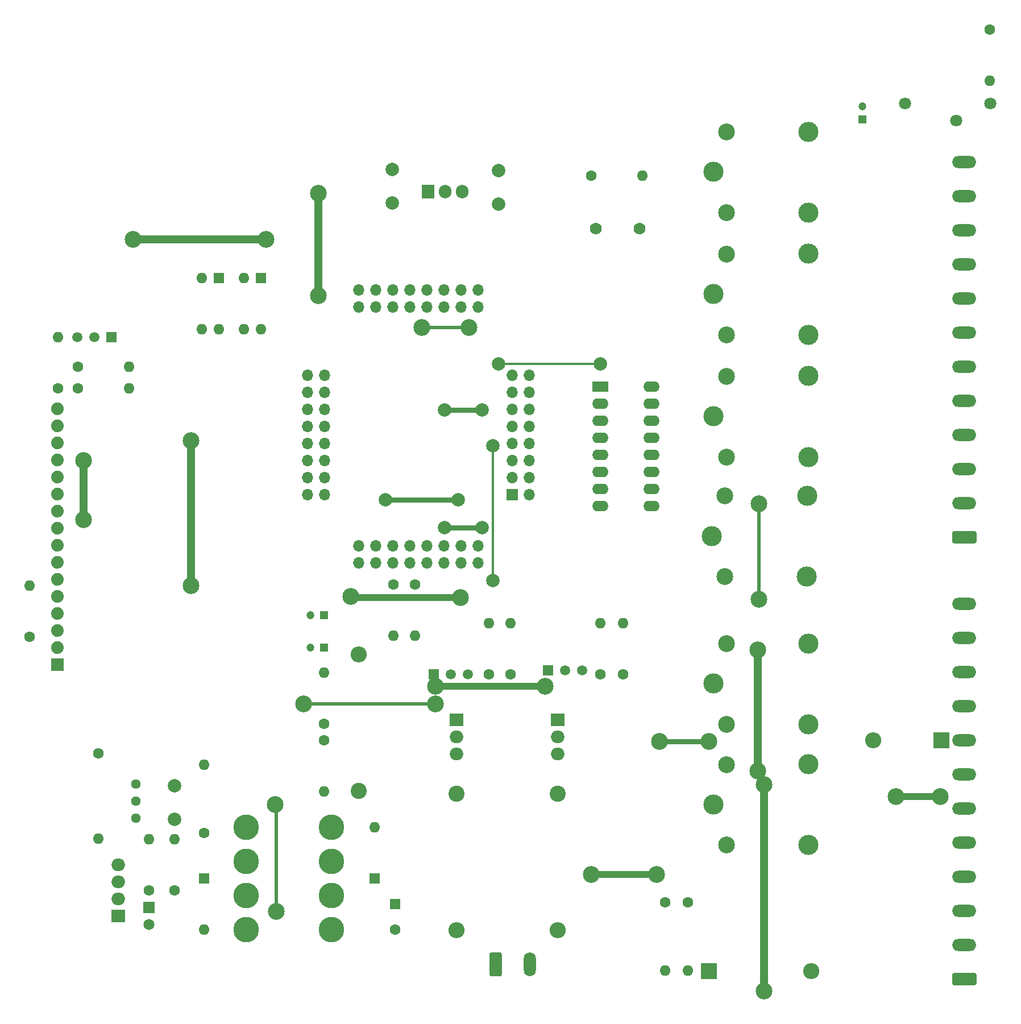
<source format=gbr>
%TF.GenerationSoftware,KiCad,Pcbnew,(5.1.6)-1*%
%TF.CreationDate,2021-02-23T05:00:00+06:00*%
%TF.ProjectId,Cabinate,43616269-6e61-4746-952e-6b696361645f,rev?*%
%TF.SameCoordinates,Original*%
%TF.FileFunction,Copper,L1,Top*%
%TF.FilePolarity,Positive*%
%FSLAX46Y46*%
G04 Gerber Fmt 4.6, Leading zero omitted, Abs format (unit mm)*
G04 Created by KiCad (PCBNEW (5.1.6)-1) date 2021-02-23 05:00:00*
%MOMM*%
%LPD*%
G01*
G04 APERTURE LIST*
%TA.AperFunction,ComponentPad*%
%ADD10O,1.800000X3.600000*%
%TD*%
%TA.AperFunction,ComponentPad*%
%ADD11C,1.800000*%
%TD*%
%TA.AperFunction,ComponentPad*%
%ADD12O,1.600000X1.600000*%
%TD*%
%TA.AperFunction,ComponentPad*%
%ADD13C,1.600000*%
%TD*%
%TA.AperFunction,ComponentPad*%
%ADD14R,1.500000X1.500000*%
%TD*%
%TA.AperFunction,ComponentPad*%
%ADD15C,1.500000*%
%TD*%
%TA.AperFunction,ComponentPad*%
%ADD16C,1.200000*%
%TD*%
%TA.AperFunction,ComponentPad*%
%ADD17R,1.200000X1.200000*%
%TD*%
%TA.AperFunction,ComponentPad*%
%ADD18C,2.000000*%
%TD*%
%TA.AperFunction,ComponentPad*%
%ADD19O,1.905000X2.000000*%
%TD*%
%TA.AperFunction,ComponentPad*%
%ADD20R,1.905000X2.000000*%
%TD*%
%TA.AperFunction,ComponentPad*%
%ADD21O,2.400000X2.400000*%
%TD*%
%TA.AperFunction,ComponentPad*%
%ADD22R,2.400000X2.400000*%
%TD*%
%TA.AperFunction,ComponentPad*%
%ADD23C,2.400000*%
%TD*%
%TA.AperFunction,ComponentPad*%
%ADD24R,1.600000X1.600000*%
%TD*%
%TA.AperFunction,ComponentPad*%
%ADD25C,1.778000*%
%TD*%
%TA.AperFunction,ComponentPad*%
%ADD26C,1.879600*%
%TD*%
%TA.AperFunction,ComponentPad*%
%ADD27R,1.879600X1.879600*%
%TD*%
%TA.AperFunction,ComponentPad*%
%ADD28O,2.000000X1.905000*%
%TD*%
%TA.AperFunction,ComponentPad*%
%ADD29R,2.000000X1.905000*%
%TD*%
%TA.AperFunction,ComponentPad*%
%ADD30C,1.440000*%
%TD*%
%TA.AperFunction,ComponentPad*%
%ADD31C,1.651000*%
%TD*%
%TA.AperFunction,ComponentPad*%
%ADD32R,1.651000X1.651000*%
%TD*%
%TA.AperFunction,ComponentPad*%
%ADD33C,3.000000*%
%TD*%
%TA.AperFunction,ComponentPad*%
%ADD34C,2.500000*%
%TD*%
%TA.AperFunction,ComponentPad*%
%ADD35O,3.600000X1.800000*%
%TD*%
%TA.AperFunction,ComponentPad*%
%ADD36C,3.810000*%
%TD*%
%TA.AperFunction,ComponentPad*%
%ADD37O,2.400000X1.600000*%
%TD*%
%TA.AperFunction,ComponentPad*%
%ADD38R,2.400000X1.600000*%
%TD*%
%TA.AperFunction,ComponentPad*%
%ADD39O,1.700000X1.700000*%
%TD*%
%TA.AperFunction,ComponentPad*%
%ADD40R,1.700000X1.700000*%
%TD*%
%TA.AperFunction,ViaPad*%
%ADD41C,2.500000*%
%TD*%
%TA.AperFunction,ViaPad*%
%ADD42C,2.000000*%
%TD*%
%TA.AperFunction,Conductor*%
%ADD43C,1.000000*%
%TD*%
%TA.AperFunction,Conductor*%
%ADD44C,0.500000*%
%TD*%
%TA.AperFunction,Conductor*%
%ADD45C,0.800000*%
%TD*%
%TA.AperFunction,Conductor*%
%ADD46C,1.200000*%
%TD*%
%TA.AperFunction,Conductor*%
%ADD47C,0.300000*%
%TD*%
G04 APERTURE END LIST*
D10*
%TO.P,J3,2*%
%TO.N,GND*%
X127280000Y-154600000D03*
%TO.P,J3,1*%
%TO.N,Net-(J1-Pad1)*%
%TA.AperFunction,ComponentPad*%
G36*
G01*
X121300000Y-156150000D02*
X121300000Y-153050000D01*
G75*
G02*
X121550000Y-152800000I250000J0D01*
G01*
X122850000Y-152800000D01*
G75*
G02*
X123100000Y-153050000I0J-250000D01*
G01*
X123100000Y-156150000D01*
G75*
G02*
X122850000Y-156400000I-250000J0D01*
G01*
X121550000Y-156400000D01*
G75*
G02*
X121300000Y-156150000I0J250000D01*
G01*
G37*
%TD.AperFunction*%
%TD*%
D11*
%TO.P,RV2,3*%
%TO.N,Net-(R23-Pad2)*%
X195900000Y-26400000D03*
%TO.P,RV2,2*%
%TO.N,VBat*%
X190820000Y-28940000D03*
%TO.P,RV2,1*%
%TO.N,GND*%
X183200000Y-26400000D03*
%TD*%
D12*
%TO.P,R23,2*%
%TO.N,Net-(R23-Pad2)*%
X195800000Y-23020000D03*
D13*
%TO.P,R23,1*%
%TO.N,48V*%
X195800000Y-15400000D03*
%TD*%
D12*
%TO.P,R22,2*%
%TO.N,GND*%
X67620000Y-68800000D03*
D13*
%TO.P,R22,1*%
%TO.N,LED-*%
X60000000Y-68800000D03*
%TD*%
D12*
%TO.P,R21,2*%
%TO.N,Net-(Q5-Pad3)*%
X57000000Y-61180000D03*
D13*
%TO.P,R21,1*%
%TO.N,LED-*%
X57000000Y-68800000D03*
%TD*%
D12*
%TO.P,R20,2*%
%TO.N,BKLED*%
X67620000Y-65600000D03*
D13*
%TO.P,R20,1*%
%TO.N,Net-(Q5-Pad2)*%
X60000000Y-65600000D03*
%TD*%
D14*
%TO.P,Q5,1*%
%TO.N,GND*%
X65000000Y-61200000D03*
D15*
%TO.P,Q5,3*%
%TO.N,Net-(Q5-Pad3)*%
X59920000Y-61200000D03*
%TO.P,Q5,2*%
%TO.N,Net-(Q5-Pad2)*%
X62460000Y-61200000D03*
%TD*%
D16*
%TO.P,C8,2*%
%TO.N,GND*%
X176800000Y-26800000D03*
D17*
%TO.P,C8,1*%
%TO.N,VBat*%
X176800000Y-28800000D03*
%TD*%
D18*
%TO.P,C7,2*%
%TO.N,GND*%
X122600000Y-36400000D03*
%TO.P,C7,1*%
%TO.N,VCC*%
X122600000Y-41400000D03*
%TD*%
%TO.P,C6,2*%
%TO.N,GND*%
X106800000Y-36200000D03*
%TO.P,C6,1*%
%TO.N,+12V*%
X106800000Y-41200000D03*
%TD*%
D19*
%TO.P,U6,3*%
%TO.N,VCC*%
X117190000Y-39500000D03*
%TO.P,U6,2*%
%TO.N,GND*%
X114650000Y-39500000D03*
D20*
%TO.P,U6,1*%
%TO.N,+12V*%
X112110000Y-39500000D03*
%TD*%
D12*
%TO.P,R19,2*%
%TO.N,S2*%
X110200000Y-105620000D03*
D13*
%TO.P,R19,1*%
%TO.N,ADC5*%
X110200000Y-98000000D03*
%TD*%
D21*
%TO.P,D4,2*%
%TO.N,+12V*%
X178440000Y-121200000D03*
D22*
%TO.P,D4,1*%
%TO.N,Net-(D4-Pad1)*%
X188600000Y-121200000D03*
%TD*%
D16*
%TO.P,C5,2*%
%TO.N,GND*%
X94600000Y-107400000D03*
D17*
%TO.P,C5,1*%
%TO.N,ADC5*%
X96600000Y-107400000D03*
%TD*%
D21*
%TO.P,R18,2*%
%TO.N,GND*%
X101800000Y-108480000D03*
D23*
%TO.P,R18,1*%
%TO.N,FIRE*%
X101800000Y-128800000D03*
%TD*%
D12*
%TO.P,R17,2*%
%TO.N,FIRE*%
X96600000Y-128820000D03*
D13*
%TO.P,R17,1*%
%TO.N,ADC3*%
X96600000Y-121200000D03*
%TD*%
D12*
%TO.P,R16,2*%
%TO.N,GND*%
X96600000Y-111180000D03*
D13*
%TO.P,R16,1*%
%TO.N,ADC3*%
X96600000Y-118800000D03*
%TD*%
D12*
%TO.P,R14,2*%
%TO.N,+48V*%
X147400000Y-155560000D03*
D13*
%TO.P,R14,1*%
%TO.N,Net-(J1-Pad11)*%
X147400000Y-145400000D03*
%TD*%
D12*
%TO.P,R15,2*%
%TO.N,+48V*%
X150800000Y-155560000D03*
D13*
%TO.P,R15,1*%
%TO.N,Net-(J1-Pad9)*%
X150800000Y-145400000D03*
%TD*%
D12*
%TO.P,U5,4*%
%TO.N,WATERT*%
X81000000Y-60020000D03*
%TO.P,U5,2*%
%TO.N,GND*%
X78460000Y-52400000D03*
%TO.P,U5,3*%
X78460000Y-60020000D03*
D24*
%TO.P,U5,1*%
%TO.N,WATER*%
X81000000Y-52400000D03*
%TD*%
D12*
%TO.P,U4,4*%
%TO.N,DOORT*%
X87200000Y-60020000D03*
%TO.P,U4,2*%
%TO.N,GND*%
X84660000Y-52400000D03*
%TO.P,U4,3*%
X84660000Y-60020000D03*
D24*
%TO.P,U4,1*%
%TO.N,DOOR*%
X87200000Y-52400000D03*
%TD*%
D12*
%TO.P,R13,2*%
%TO.N,S1*%
X107000000Y-105620000D03*
D13*
%TO.P,R13,1*%
%TO.N,ADC7*%
X107000000Y-98000000D03*
%TD*%
D16*
%TO.P,C4,2*%
%TO.N,GND*%
X94600000Y-102600000D03*
D17*
%TO.P,C4,1*%
%TO.N,ADC7*%
X96600000Y-102600000D03*
%TD*%
D12*
%TO.P,R12,2*%
%TO.N,Net-(R12-Pad2)*%
X144020000Y-37200000D03*
D13*
%TO.P,R12,1*%
%TO.N,Net-(LS1-Pad-)*%
X136400000Y-37200000D03*
%TD*%
D25*
%TO.P,LS1,-*%
%TO.N,Net-(LS1-Pad-)*%
X137151340Y-45000000D03*
%TO.P,LS1,+*%
%TO.N,+12V*%
X143648660Y-45000000D03*
%TD*%
D12*
%TO.P,R11,2*%
%TO.N,GND*%
X52800000Y-98180000D03*
D13*
%TO.P,R11,1*%
%TO.N,Net-(LCD1-Pad3)*%
X52800000Y-105800000D03*
%TD*%
D26*
%TO.P,LCD1,16*%
%TO.N,LED-*%
X56900920Y-71901460D03*
%TO.P,LCD1,15*%
%TO.N,VCC*%
X56900920Y-74441460D03*
%TO.P,LCD1,14*%
%TO.N,D7*%
X56900920Y-76981460D03*
%TO.P,LCD1,13*%
%TO.N,D6*%
X56900920Y-79518920D03*
%TO.P,LCD1,12*%
%TO.N,D5*%
X56900920Y-82058920D03*
%TO.P,LCD1,11*%
%TO.N,D4*%
X56900920Y-84598920D03*
%TO.P,LCD1,10*%
%TO.N,N/C*%
X56900920Y-87138920D03*
%TO.P,LCD1,9*%
X56900920Y-89678920D03*
%TO.P,LCD1,8*%
X56900920Y-92218920D03*
%TO.P,LCD1,7*%
X56900920Y-94758920D03*
%TO.P,LCD1,6*%
%TO.N,E*%
X56900920Y-97298920D03*
%TO.P,LCD1,5*%
%TO.N,GND*%
X56900920Y-99838920D03*
%TO.P,LCD1,4*%
%TO.N,RS*%
X56900920Y-102378920D03*
%TO.P,LCD1,3*%
%TO.N,Net-(LCD1-Pad3)*%
X56900920Y-104918920D03*
%TO.P,LCD1,2*%
%TO.N,VCC*%
X56900920Y-107458920D03*
D27*
%TO.P,LCD1,1*%
%TO.N,GND*%
X56900920Y-109998920D03*
%TD*%
D12*
%TO.P,R10,2*%
%TO.N,+12V*%
X121200000Y-103780000D03*
D13*
%TO.P,R10,1*%
%TO.N,Net-(Q2-Pad1)*%
X121200000Y-111400000D03*
%TD*%
D12*
%TO.P,R9,2*%
%TO.N,+12V*%
X137800000Y-103780000D03*
D13*
%TO.P,R9,1*%
%TO.N,Net-(Q1-Pad1)*%
X137800000Y-111400000D03*
%TD*%
D12*
%TO.P,R8,2*%
%TO.N,~FAN1*%
X124400000Y-103780000D03*
D13*
%TO.P,R8,1*%
%TO.N,Net-(Q4-Pad2)*%
X124400000Y-111400000D03*
%TD*%
D12*
%TO.P,R7,2*%
%TO.N,~FAN2*%
X141200000Y-103780000D03*
D13*
%TO.P,R7,1*%
%TO.N,Net-(Q3-Pad2)*%
X141200000Y-111400000D03*
%TD*%
D14*
%TO.P,Q4,1*%
%TO.N,GND*%
X113000000Y-111400000D03*
D15*
%TO.P,Q4,3*%
%TO.N,Net-(Q2-Pad1)*%
X118080000Y-111400000D03*
%TO.P,Q4,2*%
%TO.N,Net-(Q4-Pad2)*%
X115540000Y-111400000D03*
%TD*%
D14*
%TO.P,Q3,1*%
%TO.N,GND*%
X130000000Y-110800000D03*
D15*
%TO.P,Q3,3*%
%TO.N,Net-(Q1-Pad1)*%
X135080000Y-110800000D03*
%TO.P,Q3,2*%
%TO.N,Net-(Q3-Pad2)*%
X132540000Y-110800000D03*
%TD*%
D21*
%TO.P,R6,2*%
%TO.N,GND*%
X116400000Y-149520000D03*
D23*
%TO.P,R6,1*%
%TO.N,S2*%
X116400000Y-129200000D03*
%TD*%
D21*
%TO.P,R5,2*%
%TO.N,GND*%
X131400000Y-149520000D03*
D23*
%TO.P,R5,1*%
%TO.N,S1*%
X131400000Y-129200000D03*
%TD*%
D28*
%TO.P,Q2,3*%
%TO.N,S2*%
X116400000Y-123280000D03*
%TO.P,Q2,2*%
%TO.N,F2*%
X116400000Y-120740000D03*
D29*
%TO.P,Q2,1*%
%TO.N,Net-(Q2-Pad1)*%
X116400000Y-118200000D03*
%TD*%
D28*
%TO.P,Q1,3*%
%TO.N,S1*%
X131400000Y-123280000D03*
%TO.P,Q1,2*%
%TO.N,F1*%
X131400000Y-120740000D03*
D29*
%TO.P,Q1,1*%
%TO.N,Net-(Q1-Pad1)*%
X131400000Y-118200000D03*
%TD*%
D12*
%TO.P,R4,2*%
%TO.N,Net-(R4-Pad2)*%
X74400000Y-135980000D03*
D13*
%TO.P,R4,1*%
%TO.N,GND*%
X74400000Y-143600000D03*
%TD*%
D30*
%TO.P,RV1,3*%
%TO.N,+12V*%
X68600000Y-127720000D03*
%TO.P,RV1,2*%
%TO.N,Net-(R2-Pad2)*%
X68600000Y-130260000D03*
%TO.P,RV1,1*%
%TO.N,Net-(R4-Pad2)*%
X68600000Y-132800000D03*
%TD*%
D13*
%TO.P,C3,2*%
%TO.N,GND*%
X107200000Y-149400000D03*
D24*
%TO.P,C3,1*%
%TO.N,+12V*%
X107200000Y-145600000D03*
%TD*%
D12*
%TO.P,D3,2*%
%TO.N,Net-(D3-Pad2)*%
X104200000Y-134180000D03*
D24*
%TO.P,D3,1*%
%TO.N,+12V*%
X104200000Y-141800000D03*
%TD*%
D12*
%TO.P,R3,2*%
%TO.N,+12V*%
X63000000Y-135900000D03*
D13*
%TO.P,R3,1*%
%TO.N,+48V*%
X63000000Y-123200000D03*
%TD*%
D12*
%TO.P,R2,2*%
%TO.N,Net-(R2-Pad2)*%
X70600000Y-135980000D03*
D13*
%TO.P,R2,1*%
%TO.N,+12V*%
X70600000Y-143600000D03*
%TD*%
D31*
%TO.P,C2,2*%
%TO.N,GND*%
X70600000Y-148649680D03*
D32*
%TO.P,C2,1*%
%TO.N,+12V*%
X70600000Y-146150320D03*
%TD*%
D33*
%TO.P,K6,1*%
%TO.N,Net-(J2-Pad12)*%
X154600000Y-36600000D03*
D34*
%TO.P,K6,5*%
%TO.N,+12V*%
X156550000Y-30650000D03*
D33*
%TO.P,K6,4*%
%TO.N,N/C*%
X168800000Y-30600000D03*
%TO.P,K6,3*%
%TO.N,Net-(J2-Pad11)*%
X168750000Y-42650000D03*
D34*
%TO.P,K6,2*%
%TO.N,REL6*%
X156550000Y-42650000D03*
%TD*%
D33*
%TO.P,K5,1*%
%TO.N,Net-(J2-Pad10)*%
X154600000Y-54800000D03*
D34*
%TO.P,K5,5*%
%TO.N,+12V*%
X156550000Y-48850000D03*
D33*
%TO.P,K5,4*%
%TO.N,N/C*%
X168800000Y-48800000D03*
%TO.P,K5,3*%
%TO.N,Net-(J2-Pad9)*%
X168750000Y-60850000D03*
D34*
%TO.P,K5,2*%
%TO.N,REL5*%
X156550000Y-60850000D03*
%TD*%
D33*
%TO.P,K4,1*%
%TO.N,Net-(J2-Pad8)*%
X154600000Y-73000000D03*
D34*
%TO.P,K4,5*%
%TO.N,+12V*%
X156550000Y-67050000D03*
D33*
%TO.P,K4,4*%
%TO.N,N/C*%
X168800000Y-67000000D03*
%TO.P,K4,3*%
%TO.N,Net-(J2-Pad7)*%
X168750000Y-79050000D03*
D34*
%TO.P,K4,2*%
%TO.N,REL4*%
X156550000Y-79050000D03*
%TD*%
D33*
%TO.P,K3,1*%
%TO.N,Net-(J2-Pad6)*%
X154400000Y-90800000D03*
D34*
%TO.P,K3,5*%
%TO.N,+12V*%
X156350000Y-84850000D03*
D33*
%TO.P,K3,4*%
%TO.N,N/C*%
X168600000Y-84800000D03*
%TO.P,K3,3*%
%TO.N,Net-(J2-Pad5)*%
X168550000Y-96850000D03*
D34*
%TO.P,K3,2*%
%TO.N,REL3*%
X156350000Y-96850000D03*
%TD*%
D33*
%TO.P,K2,1*%
%TO.N,Net-(J2-Pad4)*%
X154600000Y-112800000D03*
D34*
%TO.P,K2,5*%
%TO.N,+12V*%
X156550000Y-106850000D03*
D33*
%TO.P,K2,4*%
%TO.N,N/C*%
X168800000Y-106800000D03*
%TO.P,K2,3*%
%TO.N,Net-(J2-Pad3)*%
X168750000Y-118850000D03*
D34*
%TO.P,K2,2*%
%TO.N,REL2*%
X156550000Y-118850000D03*
%TD*%
D33*
%TO.P,K1,1*%
%TO.N,Net-(J2-Pad2)*%
X154600000Y-130800000D03*
D34*
%TO.P,K1,5*%
%TO.N,+12V*%
X156550000Y-124850000D03*
D33*
%TO.P,K1,4*%
%TO.N,N/C*%
X168800000Y-124800000D03*
%TO.P,K1,3*%
%TO.N,Net-(J2-Pad1)*%
X168750000Y-136850000D03*
D34*
%TO.P,K1,2*%
%TO.N,REL1*%
X156550000Y-136850000D03*
%TD*%
D21*
%TO.P,D2,2*%
%TO.N,48V*%
X169240000Y-155600000D03*
D22*
%TO.P,D2,1*%
%TO.N,+48V*%
X154000000Y-155600000D03*
%TD*%
D12*
%TO.P,R1,2*%
%TO.N,+48V*%
X78800000Y-124840000D03*
D13*
%TO.P,R1,1*%
%TO.N,Net-(C1-Pad2)*%
X78800000Y-135000000D03*
%TD*%
D35*
%TO.P,J2,12*%
%TO.N,Net-(J2-Pad12)*%
X192000000Y-35120000D03*
%TO.P,J2,11*%
%TO.N,Net-(J2-Pad11)*%
X192000000Y-40200000D03*
%TO.P,J2,10*%
%TO.N,Net-(J2-Pad10)*%
X192000000Y-45280000D03*
%TO.P,J2,9*%
%TO.N,Net-(J2-Pad9)*%
X192000000Y-50360000D03*
%TO.P,J2,8*%
%TO.N,Net-(J2-Pad8)*%
X192000000Y-55440000D03*
%TO.P,J2,7*%
%TO.N,Net-(J2-Pad7)*%
X192000000Y-60520000D03*
%TO.P,J2,6*%
%TO.N,Net-(J2-Pad6)*%
X192000000Y-65600000D03*
%TO.P,J2,5*%
%TO.N,Net-(J2-Pad5)*%
X192000000Y-70680000D03*
%TO.P,J2,4*%
%TO.N,Net-(J2-Pad4)*%
X192000000Y-75760000D03*
%TO.P,J2,3*%
%TO.N,Net-(J2-Pad3)*%
X192000000Y-80840000D03*
%TO.P,J2,2*%
%TO.N,Net-(J2-Pad2)*%
X192000000Y-85920000D03*
%TO.P,J2,1*%
%TO.N,Net-(J2-Pad1)*%
%TA.AperFunction,ComponentPad*%
G36*
G01*
X193550000Y-91900000D02*
X190450000Y-91900000D01*
G75*
G02*
X190200000Y-91650000I0J250000D01*
G01*
X190200000Y-90350000D01*
G75*
G02*
X190450000Y-90100000I250000J0D01*
G01*
X193550000Y-90100000D01*
G75*
G02*
X193800000Y-90350000I0J-250000D01*
G01*
X193800000Y-91650000D01*
G75*
G02*
X193550000Y-91900000I-250000J0D01*
G01*
G37*
%TD.AperFunction*%
%TD*%
%TO.P,J1,12*%
%TO.N,WATER*%
X192000000Y-100920000D03*
%TO.P,J1,11*%
%TO.N,Net-(J1-Pad11)*%
X192000000Y-106000000D03*
%TO.P,J1,10*%
%TO.N,DOOR*%
X192000000Y-111080000D03*
%TO.P,J1,9*%
%TO.N,Net-(J1-Pad9)*%
X192000000Y-116160000D03*
%TO.P,J1,8*%
%TO.N,Net-(D4-Pad1)*%
X192000000Y-121240000D03*
%TO.P,J1,7*%
%TO.N,FIRE*%
X192000000Y-126320000D03*
%TO.P,J1,6*%
%TO.N,48V*%
X192000000Y-131400000D03*
%TO.P,J1,5*%
%TO.N,F2*%
X192000000Y-136480000D03*
%TO.P,J1,4*%
%TO.N,48V*%
X192000000Y-141560000D03*
%TO.P,J1,3*%
%TO.N,F1*%
X192000000Y-146640000D03*
%TO.P,J1,2*%
%TO.N,48V*%
X192000000Y-151720000D03*
%TO.P,J1,1*%
%TO.N,Net-(J1-Pad1)*%
%TA.AperFunction,ComponentPad*%
G36*
G01*
X193550000Y-157700000D02*
X190450000Y-157700000D01*
G75*
G02*
X190200000Y-157450000I0J250000D01*
G01*
X190200000Y-156150000D01*
G75*
G02*
X190450000Y-155900000I250000J0D01*
G01*
X193550000Y-155900000D01*
G75*
G02*
X193800000Y-156150000I0J-250000D01*
G01*
X193800000Y-157450000D01*
G75*
G02*
X193550000Y-157700000I-250000J0D01*
G01*
G37*
%TD.AperFunction*%
%TD*%
D12*
%TO.P,D1,2*%
%TO.N,Net-(D1-Pad2)*%
X78800000Y-149420000D03*
D24*
%TO.P,D1,1*%
%TO.N,Net-(C1-Pad2)*%
X78800000Y-141800000D03*
%TD*%
D18*
%TO.P,C1,2*%
%TO.N,Net-(C1-Pad2)*%
X74400000Y-133000000D03*
%TO.P,C1,1*%
%TO.N,+48V*%
X74400000Y-128000000D03*
%TD*%
D36*
%TO.P,TX1,P$5*%
%TO.N,GND*%
X97750000Y-149420000D03*
%TO.P,TX1,P$4*%
%TO.N,Net-(D1-Pad2)*%
X85050000Y-149420000D03*
%TO.P,TX1,P$8*%
%TO.N,Net-(D3-Pad2)*%
X97750000Y-134180000D03*
%TO.P,TX1,P$1*%
%TO.N,+48V*%
X85050000Y-134180000D03*
%TO.P,TX1,P$6*%
%TO.N,+12V*%
X97750000Y-144340000D03*
%TO.P,TX1,P$3*%
%TO.N,GND*%
X85050000Y-144340000D03*
%TO.P,TX1,P$7*%
%TO.N,+48V*%
X97750000Y-139260000D03*
%TO.P,TX1,P$2*%
%TO.N,+12V*%
X85050000Y-139260000D03*
%TD*%
D28*
%TO.P,U3,4*%
%TO.N,Net-(R2-Pad2)*%
X66000000Y-139780000D03*
%TO.P,U3,3*%
%TO.N,+12V*%
X66000000Y-142320000D03*
%TO.P,U3,2*%
%TO.N,Net-(D1-Pad2)*%
X66000000Y-144860000D03*
D29*
%TO.P,U3,1*%
%TO.N,GND*%
X66000000Y-147400000D03*
%TD*%
D37*
%TO.P,U2,16*%
%TO.N,Net-(R12-Pad2)*%
X145420000Y-68600000D03*
%TO.P,U2,8*%
%TO.N,GND*%
X137800000Y-86380000D03*
%TO.P,U2,15*%
%TO.N,REL6*%
X145420000Y-71140000D03*
%TO.P,U2,7*%
%TO.N,Net-(U1-Pad5)*%
X137800000Y-83840000D03*
%TO.P,U2,14*%
%TO.N,REL5*%
X145420000Y-73680000D03*
%TO.P,U2,6*%
%TO.N,Net-(U1-Pad4)*%
X137800000Y-81300000D03*
%TO.P,U2,13*%
%TO.N,REL4*%
X145420000Y-76220000D03*
%TO.P,U2,5*%
%TO.N,Net-(U1-Pad6)*%
X137800000Y-78760000D03*
%TO.P,U2,12*%
%TO.N,REL3*%
X145420000Y-78760000D03*
%TO.P,U2,4*%
%TO.N,Net-(U1-Pad8)*%
X137800000Y-76220000D03*
%TO.P,U2,11*%
%TO.N,REL2*%
X145420000Y-81300000D03*
%TO.P,U2,3*%
%TO.N,10*%
X137800000Y-73680000D03*
%TO.P,U2,10*%
%TO.N,REL1*%
X145420000Y-83840000D03*
%TO.P,U2,2*%
%TO.N,12*%
X137800000Y-71140000D03*
%TO.P,U2,9*%
%TO.N,+12V*%
X145420000Y-86380000D03*
D38*
%TO.P,U2,1*%
%TO.N,13*%
X137800000Y-68600000D03*
%TD*%
D39*
%TO.P,U1,56*%
%TO.N,ADC5*%
X109460000Y-94830000D03*
%TO.P,U1,63*%
%TO.N,GND*%
X119620000Y-92290000D03*
%TO.P,U1,64*%
%TO.N,VCC*%
X119620000Y-94830000D03*
%TO.P,U1,61*%
%TO.N,VBat*%
X117080000Y-92290000D03*
%TO.P,U1,62*%
%TO.N,N/C*%
X117080000Y-94830000D03*
%TO.P,U1,59*%
%TO.N,~FAN2*%
X114540000Y-92290000D03*
%TO.P,U1,60*%
%TO.N,~FAN1*%
X114540000Y-94830000D03*
%TO.P,U1,57*%
%TO.N,DOORT*%
X112000000Y-92290000D03*
%TO.P,U1,58*%
%TO.N,ADC3*%
X112000000Y-94830000D03*
%TO.P,U1,55*%
%TO.N,WATERT*%
X109460000Y-92290000D03*
%TO.P,U1,53*%
%TO.N,GND*%
X106920000Y-92290000D03*
%TO.P,U1,54*%
%TO.N,ADC7*%
X106920000Y-94830000D03*
%TO.P,U1,52*%
%TO.N,VCC*%
X104380000Y-94830000D03*
%TO.P,U1,49*%
%TO.N,RS*%
X101840000Y-92290000D03*
%TO.P,U1,50*%
%TO.N,N/C*%
X101840000Y-94830000D03*
%TO.P,U1,51*%
%TO.N,E*%
X104380000Y-92290000D03*
%TO.P,U1,34*%
%TO.N,N/C*%
X94220000Y-66890000D03*
%TO.P,U1,33*%
X96760000Y-66890000D03*
%TO.P,U1,36*%
X94220000Y-69430000D03*
%TO.P,U1,35*%
X96760000Y-69430000D03*
%TO.P,U1,38*%
X94220000Y-71970000D03*
%TO.P,U1,37*%
X96760000Y-71970000D03*
%TO.P,U1,40*%
%TO.N,BKLED*%
X94220000Y-74510000D03*
%TO.P,U1,39*%
%TO.N,N/C*%
X96760000Y-74510000D03*
%TO.P,U1,42*%
X94220000Y-77050000D03*
%TO.P,U1,41*%
X96760000Y-77050000D03*
%TO.P,U1,44*%
%TO.N,D7*%
X94220000Y-79590000D03*
%TO.P,U1,43*%
%TO.N,N/C*%
X96760000Y-79590000D03*
%TO.P,U1,46*%
%TO.N,D5*%
X94220000Y-82130000D03*
%TO.P,U1,45*%
%TO.N,D6*%
X96760000Y-82130000D03*
%TO.P,U1,48*%
%TO.N,N/C*%
X94220000Y-84670000D03*
%TO.P,U1,47*%
%TO.N,D4*%
X96760000Y-84670000D03*
%TO.P,U1,2*%
%TO.N,N/C*%
X127240000Y-84670000D03*
D40*
%TO.P,U1,1*%
X124700000Y-84670000D03*
D39*
%TO.P,U1,4*%
%TO.N,Net-(U1-Pad4)*%
X127240000Y-82130000D03*
%TO.P,U1,3*%
%TO.N,N/C*%
X124700000Y-82130000D03*
%TO.P,U1,6*%
%TO.N,Net-(U1-Pad6)*%
X127240000Y-79590000D03*
%TO.P,U1,5*%
%TO.N,Net-(U1-Pad5)*%
X124700000Y-79590000D03*
%TO.P,U1,8*%
%TO.N,Net-(U1-Pad8)*%
X127240000Y-77050000D03*
%TO.P,U1,7*%
%TO.N,N/C*%
X124700000Y-77050000D03*
%TO.P,U1,10*%
%TO.N,10*%
X127240000Y-74510000D03*
%TO.P,U1,9*%
%TO.N,N/C*%
X124700000Y-74510000D03*
%TO.P,U1,12*%
%TO.N,12*%
X127240000Y-71970000D03*
%TO.P,U1,11*%
%TO.N,N/C*%
X124700000Y-71970000D03*
%TO.P,U1,14*%
X127240000Y-69430000D03*
%TO.P,U1,13*%
%TO.N,13*%
X124700000Y-69430000D03*
%TO.P,U1,16*%
%TO.N,N/C*%
X127240000Y-66890000D03*
%TO.P,U1,15*%
X124700000Y-66890000D03*
%TO.P,U1,30*%
X104380000Y-54190000D03*
%TO.P,U1,31*%
X101840000Y-56730000D03*
%TO.P,U1,32*%
X101840000Y-54190000D03*
%TO.P,U1,29*%
X104380000Y-56730000D03*
%TO.P,U1,27*%
X106920000Y-56730000D03*
%TO.P,U1,28*%
X106920000Y-54190000D03*
%TO.P,U1,25*%
X109460000Y-56730000D03*
%TO.P,U1,26*%
X109460000Y-54190000D03*
%TO.P,U1,23*%
X112000000Y-56730000D03*
%TO.P,U1,24*%
X112000000Y-54190000D03*
%TO.P,U1,21*%
%TO.N,VCC*%
X114540000Y-56730000D03*
%TO.P,U1,22*%
%TO.N,GND*%
X114540000Y-54190000D03*
%TO.P,U1,19*%
%TO.N,N/C*%
X117080000Y-56730000D03*
%TO.P,U1,20*%
X117080000Y-54190000D03*
%TO.P,U1,17*%
X119620000Y-56730000D03*
%TO.P,U1,18*%
X119620000Y-54190000D03*
%TD*%
D41*
%TO.N,GND*%
X129600000Y-113200000D03*
X113200000Y-113200000D03*
X118200000Y-59800000D03*
X111200000Y-59800000D03*
D42*
X116600000Y-85400000D03*
X105800000Y-85400000D03*
X120200000Y-72000000D03*
X114600000Y-72000000D03*
D41*
X89540000Y-146740000D03*
X89400000Y-130800000D03*
X68200000Y-46600000D03*
X88000000Y-46600000D03*
X113200000Y-115800000D03*
X93600000Y-115800000D03*
%TO.N,VCC*%
X117000000Y-100000000D03*
X100600000Y-99850000D03*
D42*
X121800000Y-97400000D03*
X121800000Y-77400000D03*
D41*
X76800000Y-76600000D03*
X76800000Y-98200000D03*
%TO.N,+12V*%
X146600000Y-121400000D03*
X154000000Y-121400000D03*
X161400000Y-86000000D03*
X161400000Y-100200000D03*
X161200000Y-125800000D03*
X161200000Y-107800000D03*
X162200000Y-158600000D03*
X162200000Y-127800000D03*
D42*
%TO.N,13*%
X122600000Y-65200000D03*
X137800000Y-65200000D03*
D41*
%TO.N,D6*%
X60800000Y-88400000D03*
X60800000Y-79600000D03*
D42*
%TO.N,~FAN2*%
X120200000Y-89600000D03*
X114600000Y-89600000D03*
D41*
%TO.N,FIRE*%
X188400000Y-129600000D03*
X181800000Y-129600000D03*
X146200000Y-141200000D03*
X136400000Y-141200000D03*
%TO.N,VBat*%
X95800000Y-39800000D03*
X95800000Y-55000000D03*
%TD*%
D43*
%TO.N,GND*%
X129600000Y-113200000D02*
X113200000Y-113200000D01*
D44*
X118200000Y-59800000D02*
X111200000Y-59800000D01*
D45*
X116600000Y-85400000D02*
X105800000Y-85400000D01*
X120200000Y-72000000D02*
X114600000Y-72000000D01*
D44*
X89540000Y-146740000D02*
X89540000Y-130940000D01*
X89540000Y-130940000D02*
X89400000Y-130800000D01*
D46*
X68200000Y-46600000D02*
X88000000Y-46600000D01*
D44*
X113200000Y-115800000D02*
X93600000Y-115800000D01*
D43*
%TO.N,VCC*%
X117000000Y-100000000D02*
X100600000Y-100000000D01*
X100600000Y-100000000D02*
X100600000Y-99850000D01*
D47*
X121800000Y-97400000D02*
X121800000Y-77400000D01*
D46*
X76800000Y-76600000D02*
X76800000Y-98200000D01*
D45*
%TO.N,+12V*%
X146600000Y-121400000D02*
X154000000Y-121400000D01*
D44*
X161400000Y-86000000D02*
X161400000Y-100200000D01*
D46*
X161200000Y-125800000D02*
X161200000Y-107800000D01*
X162200000Y-158600000D02*
X162200000Y-127800000D01*
D47*
%TO.N,13*%
X122600000Y-65200000D02*
X137800000Y-65200000D01*
D46*
%TO.N,D6*%
X60800000Y-88400000D02*
X60800000Y-79600000D01*
D45*
%TO.N,~FAN2*%
X119800000Y-89600000D02*
X114600000Y-89600000D01*
D43*
%TO.N,FIRE*%
X188400000Y-129600000D02*
X181800000Y-129600000D01*
X146200000Y-141200000D02*
X137600000Y-141200000D01*
X137600000Y-141200000D02*
X136400000Y-141200000D01*
D46*
%TO.N,VBat*%
X95800000Y-39800000D02*
X95800000Y-55000000D01*
%TD*%
M02*

</source>
